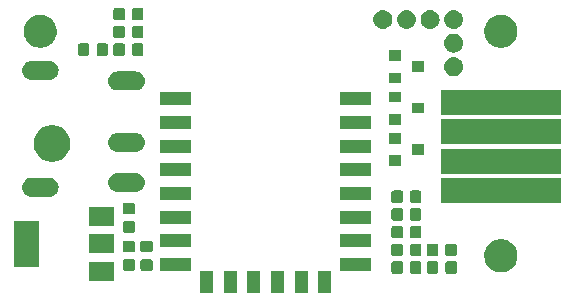
<source format=gbr>
G04 #@! TF.GenerationSoftware,KiCad,Pcbnew,5.0.1*
G04 #@! TF.CreationDate,2019-01-30T16:31:46+01:00*
G04 #@! TF.ProjectId,esp8266_rgb_strip_controller,657370383236365F736578795F737472,rev?*
G04 #@! TF.SameCoordinates,Original*
G04 #@! TF.FileFunction,Soldermask,Top*
G04 #@! TF.FilePolarity,Negative*
%FSLAX46Y46*%
G04 Gerber Fmt 4.6, Leading zero omitted, Abs format (unit mm)*
G04 Created by KiCad (PCBNEW 5.0.1) date Wed 30 Jan 2019 04:31:46 PM CET*
%MOMM*%
%LPD*%
G01*
G04 APERTURE LIST*
%ADD10C,0.100000*%
G04 APERTURE END LIST*
D10*
G36*
X112626001Y-84176001D02*
X111524001Y-84176001D01*
X111524001Y-82274001D01*
X112626001Y-82274001D01*
X112626001Y-84176001D01*
X112626001Y-84176001D01*
G37*
G36*
X122626001Y-84176001D02*
X121524001Y-84176001D01*
X121524001Y-82274001D01*
X122626001Y-82274001D01*
X122626001Y-84176001D01*
X122626001Y-84176001D01*
G37*
G36*
X120626001Y-84176001D02*
X119524001Y-84176001D01*
X119524001Y-82274001D01*
X120626001Y-82274001D01*
X120626001Y-84176001D01*
X120626001Y-84176001D01*
G37*
G36*
X118626001Y-84176001D02*
X117524001Y-84176001D01*
X117524001Y-82274001D01*
X118626001Y-82274001D01*
X118626001Y-84176001D01*
X118626001Y-84176001D01*
G37*
G36*
X114626001Y-84176001D02*
X113524001Y-84176001D01*
X113524001Y-82274001D01*
X114626001Y-82274001D01*
X114626001Y-84176001D01*
X114626001Y-84176001D01*
G37*
G36*
X116626001Y-84176001D02*
X115524001Y-84176001D01*
X115524001Y-82274001D01*
X116626001Y-82274001D01*
X116626001Y-84176001D01*
X116626001Y-84176001D01*
G37*
G36*
X104201000Y-83101000D02*
X102099000Y-83101000D01*
X102099000Y-81499000D01*
X104201000Y-81499000D01*
X104201000Y-83101000D01*
X104201000Y-83101000D01*
G37*
G36*
X133129591Y-81478085D02*
X133163569Y-81488393D01*
X133194887Y-81505133D01*
X133222339Y-81527661D01*
X133244867Y-81555113D01*
X133261607Y-81586431D01*
X133271915Y-81620409D01*
X133276000Y-81661890D01*
X133276000Y-82338110D01*
X133271915Y-82379591D01*
X133261607Y-82413569D01*
X133244867Y-82444887D01*
X133222339Y-82472339D01*
X133194887Y-82494867D01*
X133163569Y-82511607D01*
X133129591Y-82521915D01*
X133088110Y-82526000D01*
X132486890Y-82526000D01*
X132445409Y-82521915D01*
X132411431Y-82511607D01*
X132380113Y-82494867D01*
X132352661Y-82472339D01*
X132330133Y-82444887D01*
X132313393Y-82413569D01*
X132303085Y-82379591D01*
X132299000Y-82338110D01*
X132299000Y-81661890D01*
X132303085Y-81620409D01*
X132313393Y-81586431D01*
X132330133Y-81555113D01*
X132352661Y-81527661D01*
X132380113Y-81505133D01*
X132411431Y-81488393D01*
X132445409Y-81478085D01*
X132486890Y-81474000D01*
X133088110Y-81474000D01*
X133129591Y-81478085D01*
X133129591Y-81478085D01*
G37*
G36*
X131554591Y-81478085D02*
X131588569Y-81488393D01*
X131619887Y-81505133D01*
X131647339Y-81527661D01*
X131669867Y-81555113D01*
X131686607Y-81586431D01*
X131696915Y-81620409D01*
X131701000Y-81661890D01*
X131701000Y-82338110D01*
X131696915Y-82379591D01*
X131686607Y-82413569D01*
X131669867Y-82444887D01*
X131647339Y-82472339D01*
X131619887Y-82494867D01*
X131588569Y-82511607D01*
X131554591Y-82521915D01*
X131513110Y-82526000D01*
X130911890Y-82526000D01*
X130870409Y-82521915D01*
X130836431Y-82511607D01*
X130805113Y-82494867D01*
X130777661Y-82472339D01*
X130755133Y-82444887D01*
X130738393Y-82413569D01*
X130728085Y-82379591D01*
X130724000Y-82338110D01*
X130724000Y-81661890D01*
X130728085Y-81620409D01*
X130738393Y-81586431D01*
X130755133Y-81555113D01*
X130777661Y-81527661D01*
X130805113Y-81505133D01*
X130836431Y-81488393D01*
X130870409Y-81478085D01*
X130911890Y-81474000D01*
X131513110Y-81474000D01*
X131554591Y-81478085D01*
X131554591Y-81478085D01*
G37*
G36*
X130129591Y-81478085D02*
X130163569Y-81488393D01*
X130194887Y-81505133D01*
X130222339Y-81527661D01*
X130244867Y-81555113D01*
X130261607Y-81586431D01*
X130271915Y-81620409D01*
X130276000Y-81661890D01*
X130276000Y-82338110D01*
X130271915Y-82379591D01*
X130261607Y-82413569D01*
X130244867Y-82444887D01*
X130222339Y-82472339D01*
X130194887Y-82494867D01*
X130163569Y-82511607D01*
X130129591Y-82521915D01*
X130088110Y-82526000D01*
X129486890Y-82526000D01*
X129445409Y-82521915D01*
X129411431Y-82511607D01*
X129380113Y-82494867D01*
X129352661Y-82472339D01*
X129330133Y-82444887D01*
X129313393Y-82413569D01*
X129303085Y-82379591D01*
X129299000Y-82338110D01*
X129299000Y-81661890D01*
X129303085Y-81620409D01*
X129313393Y-81586431D01*
X129330133Y-81555113D01*
X129352661Y-81527661D01*
X129380113Y-81505133D01*
X129411431Y-81488393D01*
X129445409Y-81478085D01*
X129486890Y-81474000D01*
X130088110Y-81474000D01*
X130129591Y-81478085D01*
X130129591Y-81478085D01*
G37*
G36*
X128554591Y-81478085D02*
X128588569Y-81488393D01*
X128619887Y-81505133D01*
X128647339Y-81527661D01*
X128669867Y-81555113D01*
X128686607Y-81586431D01*
X128696915Y-81620409D01*
X128701000Y-81661890D01*
X128701000Y-82338110D01*
X128696915Y-82379591D01*
X128686607Y-82413569D01*
X128669867Y-82444887D01*
X128647339Y-82472339D01*
X128619887Y-82494867D01*
X128588569Y-82511607D01*
X128554591Y-82521915D01*
X128513110Y-82526000D01*
X127911890Y-82526000D01*
X127870409Y-82521915D01*
X127836431Y-82511607D01*
X127805113Y-82494867D01*
X127777661Y-82472339D01*
X127755133Y-82444887D01*
X127738393Y-82413569D01*
X127728085Y-82379591D01*
X127724000Y-82338110D01*
X127724000Y-81661890D01*
X127728085Y-81620409D01*
X127738393Y-81586431D01*
X127755133Y-81555113D01*
X127777661Y-81527661D01*
X127805113Y-81505133D01*
X127836431Y-81488393D01*
X127870409Y-81478085D01*
X127911890Y-81474000D01*
X128513110Y-81474000D01*
X128554591Y-81478085D01*
X128554591Y-81478085D01*
G37*
G36*
X137318433Y-79634893D02*
X137408657Y-79652839D01*
X137514267Y-79696585D01*
X137663621Y-79758449D01*
X137893089Y-79911774D01*
X138088226Y-80106911D01*
X138241551Y-80336379D01*
X138291410Y-80456750D01*
X138331938Y-80554591D01*
X138347161Y-80591344D01*
X138401000Y-80862012D01*
X138401000Y-81137988D01*
X138368973Y-81299000D01*
X138347161Y-81408657D01*
X138314133Y-81488393D01*
X138241551Y-81663621D01*
X138088226Y-81893089D01*
X137893089Y-82088226D01*
X137663621Y-82241551D01*
X137580451Y-82276001D01*
X137408657Y-82347161D01*
X137318433Y-82365107D01*
X137137988Y-82401000D01*
X136862012Y-82401000D01*
X136681567Y-82365107D01*
X136591343Y-82347161D01*
X136419549Y-82276001D01*
X136336379Y-82241551D01*
X136106911Y-82088226D01*
X135911774Y-81893089D01*
X135758449Y-81663621D01*
X135685867Y-81488393D01*
X135652839Y-81408657D01*
X135631027Y-81299000D01*
X135599000Y-81137988D01*
X135599000Y-80862012D01*
X135652839Y-80591344D01*
X135668063Y-80554591D01*
X135708590Y-80456750D01*
X135758449Y-80336379D01*
X135911774Y-80106911D01*
X136106911Y-79911774D01*
X136336379Y-79758449D01*
X136485733Y-79696585D01*
X136591343Y-79652839D01*
X136681567Y-79634893D01*
X136862012Y-79599000D01*
X137137988Y-79599000D01*
X137318433Y-79634893D01*
X137318433Y-79634893D01*
G37*
G36*
X110776001Y-82276001D02*
X108174001Y-82276001D01*
X108174001Y-81174001D01*
X110776001Y-81174001D01*
X110776001Y-82276001D01*
X110776001Y-82276001D01*
G37*
G36*
X125976001Y-82276001D02*
X123374001Y-82276001D01*
X123374001Y-81174001D01*
X125976001Y-81174001D01*
X125976001Y-82276001D01*
X125976001Y-82276001D01*
G37*
G36*
X107379591Y-81303085D02*
X107413569Y-81313393D01*
X107444887Y-81330133D01*
X107472339Y-81352661D01*
X107494867Y-81380113D01*
X107511607Y-81411431D01*
X107521915Y-81445409D01*
X107526000Y-81486890D01*
X107526000Y-82088110D01*
X107521915Y-82129591D01*
X107511607Y-82163569D01*
X107494867Y-82194887D01*
X107472339Y-82222339D01*
X107444887Y-82244867D01*
X107413569Y-82261607D01*
X107379591Y-82271915D01*
X107338110Y-82276000D01*
X106661890Y-82276000D01*
X106620409Y-82271915D01*
X106586431Y-82261607D01*
X106555113Y-82244867D01*
X106527661Y-82222339D01*
X106505133Y-82194887D01*
X106488393Y-82163569D01*
X106478085Y-82129591D01*
X106474000Y-82088110D01*
X106474000Y-81486890D01*
X106478085Y-81445409D01*
X106488393Y-81411431D01*
X106505133Y-81380113D01*
X106527661Y-81352661D01*
X106555113Y-81330133D01*
X106586431Y-81313393D01*
X106620409Y-81303085D01*
X106661890Y-81299000D01*
X107338110Y-81299000D01*
X107379591Y-81303085D01*
X107379591Y-81303085D01*
G37*
G36*
X105879591Y-81303085D02*
X105913569Y-81313393D01*
X105944887Y-81330133D01*
X105972339Y-81352661D01*
X105994867Y-81380113D01*
X106011607Y-81411431D01*
X106021915Y-81445409D01*
X106026000Y-81486890D01*
X106026000Y-82088110D01*
X106021915Y-82129591D01*
X106011607Y-82163569D01*
X105994867Y-82194887D01*
X105972339Y-82222339D01*
X105944887Y-82244867D01*
X105913569Y-82261607D01*
X105879591Y-82271915D01*
X105838110Y-82276000D01*
X105161890Y-82276000D01*
X105120409Y-82271915D01*
X105086431Y-82261607D01*
X105055113Y-82244867D01*
X105027661Y-82222339D01*
X105005133Y-82194887D01*
X104988393Y-82163569D01*
X104978085Y-82129591D01*
X104974000Y-82088110D01*
X104974000Y-81486890D01*
X104978085Y-81445409D01*
X104988393Y-81411431D01*
X105005133Y-81380113D01*
X105027661Y-81352661D01*
X105055113Y-81330133D01*
X105086431Y-81313393D01*
X105120409Y-81303085D01*
X105161890Y-81299000D01*
X105838110Y-81299000D01*
X105879591Y-81303085D01*
X105879591Y-81303085D01*
G37*
G36*
X97901000Y-81951000D02*
X95799000Y-81951000D01*
X95799000Y-78049000D01*
X97901000Y-78049000D01*
X97901000Y-81951000D01*
X97901000Y-81951000D01*
G37*
G36*
X128554591Y-79978085D02*
X128588569Y-79988393D01*
X128619887Y-80005133D01*
X128647339Y-80027661D01*
X128669867Y-80055113D01*
X128686607Y-80086431D01*
X128696915Y-80120409D01*
X128701000Y-80161890D01*
X128701000Y-80838110D01*
X128696915Y-80879591D01*
X128686607Y-80913569D01*
X128669867Y-80944887D01*
X128647339Y-80972339D01*
X128619887Y-80994867D01*
X128588569Y-81011607D01*
X128554591Y-81021915D01*
X128513110Y-81026000D01*
X127911890Y-81026000D01*
X127870409Y-81021915D01*
X127836431Y-81011607D01*
X127805113Y-80994867D01*
X127777661Y-80972339D01*
X127755133Y-80944887D01*
X127738393Y-80913569D01*
X127728085Y-80879591D01*
X127724000Y-80838110D01*
X127724000Y-80161890D01*
X127728085Y-80120409D01*
X127738393Y-80086431D01*
X127755133Y-80055113D01*
X127777661Y-80027661D01*
X127805113Y-80005133D01*
X127836431Y-79988393D01*
X127870409Y-79978085D01*
X127911890Y-79974000D01*
X128513110Y-79974000D01*
X128554591Y-79978085D01*
X128554591Y-79978085D01*
G37*
G36*
X130129591Y-79978085D02*
X130163569Y-79988393D01*
X130194887Y-80005133D01*
X130222339Y-80027661D01*
X130244867Y-80055113D01*
X130261607Y-80086431D01*
X130271915Y-80120409D01*
X130276000Y-80161890D01*
X130276000Y-80838110D01*
X130271915Y-80879591D01*
X130261607Y-80913569D01*
X130244867Y-80944887D01*
X130222339Y-80972339D01*
X130194887Y-80994867D01*
X130163569Y-81011607D01*
X130129591Y-81021915D01*
X130088110Y-81026000D01*
X129486890Y-81026000D01*
X129445409Y-81021915D01*
X129411431Y-81011607D01*
X129380113Y-80994867D01*
X129352661Y-80972339D01*
X129330133Y-80944887D01*
X129313393Y-80913569D01*
X129303085Y-80879591D01*
X129299000Y-80838110D01*
X129299000Y-80161890D01*
X129303085Y-80120409D01*
X129313393Y-80086431D01*
X129330133Y-80055113D01*
X129352661Y-80027661D01*
X129380113Y-80005133D01*
X129411431Y-79988393D01*
X129445409Y-79978085D01*
X129486890Y-79974000D01*
X130088110Y-79974000D01*
X130129591Y-79978085D01*
X130129591Y-79978085D01*
G37*
G36*
X131554591Y-79978085D02*
X131588569Y-79988393D01*
X131619887Y-80005133D01*
X131647339Y-80027661D01*
X131669867Y-80055113D01*
X131686607Y-80086431D01*
X131696915Y-80120409D01*
X131701000Y-80161890D01*
X131701000Y-80838110D01*
X131696915Y-80879591D01*
X131686607Y-80913569D01*
X131669867Y-80944887D01*
X131647339Y-80972339D01*
X131619887Y-80994867D01*
X131588569Y-81011607D01*
X131554591Y-81021915D01*
X131513110Y-81026000D01*
X130911890Y-81026000D01*
X130870409Y-81021915D01*
X130836431Y-81011607D01*
X130805113Y-80994867D01*
X130777661Y-80972339D01*
X130755133Y-80944887D01*
X130738393Y-80913569D01*
X130728085Y-80879591D01*
X130724000Y-80838110D01*
X130724000Y-80161890D01*
X130728085Y-80120409D01*
X130738393Y-80086431D01*
X130755133Y-80055113D01*
X130777661Y-80027661D01*
X130805113Y-80005133D01*
X130836431Y-79988393D01*
X130870409Y-79978085D01*
X130911890Y-79974000D01*
X131513110Y-79974000D01*
X131554591Y-79978085D01*
X131554591Y-79978085D01*
G37*
G36*
X133129591Y-79978085D02*
X133163569Y-79988393D01*
X133194887Y-80005133D01*
X133222339Y-80027661D01*
X133244867Y-80055113D01*
X133261607Y-80086431D01*
X133271915Y-80120409D01*
X133276000Y-80161890D01*
X133276000Y-80838110D01*
X133271915Y-80879591D01*
X133261607Y-80913569D01*
X133244867Y-80944887D01*
X133222339Y-80972339D01*
X133194887Y-80994867D01*
X133163569Y-81011607D01*
X133129591Y-81021915D01*
X133088110Y-81026000D01*
X132486890Y-81026000D01*
X132445409Y-81021915D01*
X132411431Y-81011607D01*
X132380113Y-80994867D01*
X132352661Y-80972339D01*
X132330133Y-80944887D01*
X132313393Y-80913569D01*
X132303085Y-80879591D01*
X132299000Y-80838110D01*
X132299000Y-80161890D01*
X132303085Y-80120409D01*
X132313393Y-80086431D01*
X132330133Y-80055113D01*
X132352661Y-80027661D01*
X132380113Y-80005133D01*
X132411431Y-79988393D01*
X132445409Y-79978085D01*
X132486890Y-79974000D01*
X133088110Y-79974000D01*
X133129591Y-79978085D01*
X133129591Y-79978085D01*
G37*
G36*
X104201000Y-80801000D02*
X102099000Y-80801000D01*
X102099000Y-79199000D01*
X104201000Y-79199000D01*
X104201000Y-80801000D01*
X104201000Y-80801000D01*
G37*
G36*
X105879591Y-79728085D02*
X105913569Y-79738393D01*
X105944887Y-79755133D01*
X105972339Y-79777661D01*
X105994867Y-79805113D01*
X106011607Y-79836431D01*
X106021915Y-79870409D01*
X106026000Y-79911890D01*
X106026000Y-80513110D01*
X106021915Y-80554591D01*
X106011607Y-80588569D01*
X105994867Y-80619887D01*
X105972339Y-80647339D01*
X105944887Y-80669867D01*
X105913569Y-80686607D01*
X105879591Y-80696915D01*
X105838110Y-80701000D01*
X105161890Y-80701000D01*
X105120409Y-80696915D01*
X105086431Y-80686607D01*
X105055113Y-80669867D01*
X105027661Y-80647339D01*
X105005133Y-80619887D01*
X104988393Y-80588569D01*
X104978085Y-80554591D01*
X104974000Y-80513110D01*
X104974000Y-79911890D01*
X104978085Y-79870409D01*
X104988393Y-79836431D01*
X105005133Y-79805113D01*
X105027661Y-79777661D01*
X105055113Y-79755133D01*
X105086431Y-79738393D01*
X105120409Y-79728085D01*
X105161890Y-79724000D01*
X105838110Y-79724000D01*
X105879591Y-79728085D01*
X105879591Y-79728085D01*
G37*
G36*
X107379591Y-79728085D02*
X107413569Y-79738393D01*
X107444887Y-79755133D01*
X107472339Y-79777661D01*
X107494867Y-79805113D01*
X107511607Y-79836431D01*
X107521915Y-79870409D01*
X107526000Y-79911890D01*
X107526000Y-80513110D01*
X107521915Y-80554591D01*
X107511607Y-80588569D01*
X107494867Y-80619887D01*
X107472339Y-80647339D01*
X107444887Y-80669867D01*
X107413569Y-80686607D01*
X107379591Y-80696915D01*
X107338110Y-80701000D01*
X106661890Y-80701000D01*
X106620409Y-80696915D01*
X106586431Y-80686607D01*
X106555113Y-80669867D01*
X106527661Y-80647339D01*
X106505133Y-80619887D01*
X106488393Y-80588569D01*
X106478085Y-80554591D01*
X106474000Y-80513110D01*
X106474000Y-79911890D01*
X106478085Y-79870409D01*
X106488393Y-79836431D01*
X106505133Y-79805113D01*
X106527661Y-79777661D01*
X106555113Y-79755133D01*
X106586431Y-79738393D01*
X106620409Y-79728085D01*
X106661890Y-79724000D01*
X107338110Y-79724000D01*
X107379591Y-79728085D01*
X107379591Y-79728085D01*
G37*
G36*
X125976001Y-80276001D02*
X123374001Y-80276001D01*
X123374001Y-79174001D01*
X125976001Y-79174001D01*
X125976001Y-80276001D01*
X125976001Y-80276001D01*
G37*
G36*
X110776001Y-80276001D02*
X108174001Y-80276001D01*
X108174001Y-79174001D01*
X110776001Y-79174001D01*
X110776001Y-80276001D01*
X110776001Y-80276001D01*
G37*
G36*
X130129591Y-78478085D02*
X130163569Y-78488393D01*
X130194887Y-78505133D01*
X130222339Y-78527661D01*
X130244867Y-78555113D01*
X130261607Y-78586431D01*
X130271915Y-78620409D01*
X130276000Y-78661890D01*
X130276000Y-79338110D01*
X130271915Y-79379591D01*
X130261607Y-79413569D01*
X130244867Y-79444887D01*
X130222339Y-79472339D01*
X130194887Y-79494867D01*
X130163569Y-79511607D01*
X130129591Y-79521915D01*
X130088110Y-79526000D01*
X129486890Y-79526000D01*
X129445409Y-79521915D01*
X129411431Y-79511607D01*
X129380113Y-79494867D01*
X129352661Y-79472339D01*
X129330133Y-79444887D01*
X129313393Y-79413569D01*
X129303085Y-79379591D01*
X129299000Y-79338110D01*
X129299000Y-78661890D01*
X129303085Y-78620409D01*
X129313393Y-78586431D01*
X129330133Y-78555113D01*
X129352661Y-78527661D01*
X129380113Y-78505133D01*
X129411431Y-78488393D01*
X129445409Y-78478085D01*
X129486890Y-78474000D01*
X130088110Y-78474000D01*
X130129591Y-78478085D01*
X130129591Y-78478085D01*
G37*
G36*
X128554591Y-78478085D02*
X128588569Y-78488393D01*
X128619887Y-78505133D01*
X128647339Y-78527661D01*
X128669867Y-78555113D01*
X128686607Y-78586431D01*
X128696915Y-78620409D01*
X128701000Y-78661890D01*
X128701000Y-79338110D01*
X128696915Y-79379591D01*
X128686607Y-79413569D01*
X128669867Y-79444887D01*
X128647339Y-79472339D01*
X128619887Y-79494867D01*
X128588569Y-79511607D01*
X128554591Y-79521915D01*
X128513110Y-79526000D01*
X127911890Y-79526000D01*
X127870409Y-79521915D01*
X127836431Y-79511607D01*
X127805113Y-79494867D01*
X127777661Y-79472339D01*
X127755133Y-79444887D01*
X127738393Y-79413569D01*
X127728085Y-79379591D01*
X127724000Y-79338110D01*
X127724000Y-78661890D01*
X127728085Y-78620409D01*
X127738393Y-78586431D01*
X127755133Y-78555113D01*
X127777661Y-78527661D01*
X127805113Y-78505133D01*
X127836431Y-78488393D01*
X127870409Y-78478085D01*
X127911890Y-78474000D01*
X128513110Y-78474000D01*
X128554591Y-78478085D01*
X128554591Y-78478085D01*
G37*
G36*
X105879591Y-78090585D02*
X105913569Y-78100893D01*
X105944887Y-78117633D01*
X105972339Y-78140161D01*
X105994867Y-78167613D01*
X106011607Y-78198931D01*
X106021915Y-78232909D01*
X106026000Y-78274390D01*
X106026000Y-78875610D01*
X106021915Y-78917091D01*
X106011607Y-78951069D01*
X105994867Y-78982387D01*
X105972339Y-79009839D01*
X105944887Y-79032367D01*
X105913569Y-79049107D01*
X105879591Y-79059415D01*
X105838110Y-79063500D01*
X105161890Y-79063500D01*
X105120409Y-79059415D01*
X105086431Y-79049107D01*
X105055113Y-79032367D01*
X105027661Y-79009839D01*
X105005133Y-78982387D01*
X104988393Y-78951069D01*
X104978085Y-78917091D01*
X104974000Y-78875610D01*
X104974000Y-78274390D01*
X104978085Y-78232909D01*
X104988393Y-78198931D01*
X105005133Y-78167613D01*
X105027661Y-78140161D01*
X105055113Y-78117633D01*
X105086431Y-78100893D01*
X105120409Y-78090585D01*
X105161890Y-78086500D01*
X105838110Y-78086500D01*
X105879591Y-78090585D01*
X105879591Y-78090585D01*
G37*
G36*
X104201000Y-78501000D02*
X102099000Y-78501000D01*
X102099000Y-76899000D01*
X104201000Y-76899000D01*
X104201000Y-78501000D01*
X104201000Y-78501000D01*
G37*
G36*
X125976001Y-78276001D02*
X123374001Y-78276001D01*
X123374001Y-77174001D01*
X125976001Y-77174001D01*
X125976001Y-78276001D01*
X125976001Y-78276001D01*
G37*
G36*
X110776001Y-78276001D02*
X108174001Y-78276001D01*
X108174001Y-77174001D01*
X110776001Y-77174001D01*
X110776001Y-78276001D01*
X110776001Y-78276001D01*
G37*
G36*
X130129591Y-76978085D02*
X130163569Y-76988393D01*
X130194887Y-77005133D01*
X130222339Y-77027661D01*
X130244867Y-77055113D01*
X130261607Y-77086431D01*
X130271915Y-77120409D01*
X130276000Y-77161890D01*
X130276000Y-77838110D01*
X130271915Y-77879591D01*
X130261607Y-77913569D01*
X130244867Y-77944887D01*
X130222339Y-77972339D01*
X130194887Y-77994867D01*
X130163569Y-78011607D01*
X130129591Y-78021915D01*
X130088110Y-78026000D01*
X129486890Y-78026000D01*
X129445409Y-78021915D01*
X129411431Y-78011607D01*
X129380113Y-77994867D01*
X129352661Y-77972339D01*
X129330133Y-77944887D01*
X129313393Y-77913569D01*
X129303085Y-77879591D01*
X129299000Y-77838110D01*
X129299000Y-77161890D01*
X129303085Y-77120409D01*
X129313393Y-77086431D01*
X129330133Y-77055113D01*
X129352661Y-77027661D01*
X129380113Y-77005133D01*
X129411431Y-76988393D01*
X129445409Y-76978085D01*
X129486890Y-76974000D01*
X130088110Y-76974000D01*
X130129591Y-76978085D01*
X130129591Y-76978085D01*
G37*
G36*
X128554591Y-76978085D02*
X128588569Y-76988393D01*
X128619887Y-77005133D01*
X128647339Y-77027661D01*
X128669867Y-77055113D01*
X128686607Y-77086431D01*
X128696915Y-77120409D01*
X128701000Y-77161890D01*
X128701000Y-77838110D01*
X128696915Y-77879591D01*
X128686607Y-77913569D01*
X128669867Y-77944887D01*
X128647339Y-77972339D01*
X128619887Y-77994867D01*
X128588569Y-78011607D01*
X128554591Y-78021915D01*
X128513110Y-78026000D01*
X127911890Y-78026000D01*
X127870409Y-78021915D01*
X127836431Y-78011607D01*
X127805113Y-77994867D01*
X127777661Y-77972339D01*
X127755133Y-77944887D01*
X127738393Y-77913569D01*
X127728085Y-77879591D01*
X127724000Y-77838110D01*
X127724000Y-77161890D01*
X127728085Y-77120409D01*
X127738393Y-77086431D01*
X127755133Y-77055113D01*
X127777661Y-77027661D01*
X127805113Y-77005133D01*
X127836431Y-76988393D01*
X127870409Y-76978085D01*
X127911890Y-76974000D01*
X128513110Y-76974000D01*
X128554591Y-76978085D01*
X128554591Y-76978085D01*
G37*
G36*
X105879591Y-76515585D02*
X105913569Y-76525893D01*
X105944887Y-76542633D01*
X105972339Y-76565161D01*
X105994867Y-76592613D01*
X106011607Y-76623931D01*
X106021915Y-76657909D01*
X106026000Y-76699390D01*
X106026000Y-77300610D01*
X106021915Y-77342091D01*
X106011607Y-77376069D01*
X105994867Y-77407387D01*
X105972339Y-77434839D01*
X105944887Y-77457367D01*
X105913569Y-77474107D01*
X105879591Y-77484415D01*
X105838110Y-77488500D01*
X105161890Y-77488500D01*
X105120409Y-77484415D01*
X105086431Y-77474107D01*
X105055113Y-77457367D01*
X105027661Y-77434839D01*
X105005133Y-77407387D01*
X104988393Y-77376069D01*
X104978085Y-77342091D01*
X104974000Y-77300610D01*
X104974000Y-76699390D01*
X104978085Y-76657909D01*
X104988393Y-76623931D01*
X105005133Y-76592613D01*
X105027661Y-76565161D01*
X105055113Y-76542633D01*
X105086431Y-76525893D01*
X105120409Y-76515585D01*
X105161890Y-76511500D01*
X105838110Y-76511500D01*
X105879591Y-76515585D01*
X105879591Y-76515585D01*
G37*
G36*
X142051000Y-76551000D02*
X131949000Y-76551000D01*
X131949000Y-74449000D01*
X142051000Y-74449000D01*
X142051000Y-76551000D01*
X142051000Y-76551000D01*
G37*
G36*
X130129591Y-75478085D02*
X130163569Y-75488393D01*
X130194887Y-75505133D01*
X130222339Y-75527661D01*
X130244867Y-75555113D01*
X130261607Y-75586431D01*
X130271915Y-75620409D01*
X130276000Y-75661890D01*
X130276000Y-76338110D01*
X130271915Y-76379591D01*
X130261607Y-76413569D01*
X130244867Y-76444887D01*
X130222339Y-76472339D01*
X130194887Y-76494867D01*
X130163569Y-76511607D01*
X130129591Y-76521915D01*
X130088110Y-76526000D01*
X129486890Y-76526000D01*
X129445409Y-76521915D01*
X129411431Y-76511607D01*
X129380113Y-76494867D01*
X129352661Y-76472339D01*
X129330133Y-76444887D01*
X129313393Y-76413569D01*
X129303085Y-76379591D01*
X129299000Y-76338110D01*
X129299000Y-75661890D01*
X129303085Y-75620409D01*
X129313393Y-75586431D01*
X129330133Y-75555113D01*
X129352661Y-75527661D01*
X129380113Y-75505133D01*
X129411431Y-75488393D01*
X129445409Y-75478085D01*
X129486890Y-75474000D01*
X130088110Y-75474000D01*
X130129591Y-75478085D01*
X130129591Y-75478085D01*
G37*
G36*
X128554591Y-75478085D02*
X128588569Y-75488393D01*
X128619887Y-75505133D01*
X128647339Y-75527661D01*
X128669867Y-75555113D01*
X128686607Y-75586431D01*
X128696915Y-75620409D01*
X128701000Y-75661890D01*
X128701000Y-76338110D01*
X128696915Y-76379591D01*
X128686607Y-76413569D01*
X128669867Y-76444887D01*
X128647339Y-76472339D01*
X128619887Y-76494867D01*
X128588569Y-76511607D01*
X128554591Y-76521915D01*
X128513110Y-76526000D01*
X127911890Y-76526000D01*
X127870409Y-76521915D01*
X127836431Y-76511607D01*
X127805113Y-76494867D01*
X127777661Y-76472339D01*
X127755133Y-76444887D01*
X127738393Y-76413569D01*
X127728085Y-76379591D01*
X127724000Y-76338110D01*
X127724000Y-75661890D01*
X127728085Y-75620409D01*
X127738393Y-75586431D01*
X127755133Y-75555113D01*
X127777661Y-75527661D01*
X127805113Y-75505133D01*
X127836431Y-75488393D01*
X127870409Y-75478085D01*
X127911890Y-75474000D01*
X128513110Y-75474000D01*
X128554591Y-75478085D01*
X128554591Y-75478085D01*
G37*
G36*
X110776001Y-76276001D02*
X108174001Y-76276001D01*
X108174001Y-75174001D01*
X110776001Y-75174001D01*
X110776001Y-76276001D01*
X110776001Y-76276001D01*
G37*
G36*
X125976001Y-76276001D02*
X123374001Y-76276001D01*
X123374001Y-75174001D01*
X125976001Y-75174001D01*
X125976001Y-76276001D01*
X125976001Y-76276001D01*
G37*
G36*
X98907025Y-74410590D02*
X99058012Y-74456392D01*
X99197165Y-74530770D01*
X99319133Y-74630867D01*
X99419230Y-74752835D01*
X99493608Y-74891988D01*
X99539410Y-75042975D01*
X99554875Y-75200000D01*
X99539410Y-75357025D01*
X99493608Y-75508012D01*
X99419230Y-75647165D01*
X99319133Y-75769133D01*
X99197165Y-75869230D01*
X99058012Y-75943608D01*
X98907025Y-75989410D01*
X98789346Y-76001000D01*
X97210654Y-76001000D01*
X97092975Y-75989410D01*
X96941988Y-75943608D01*
X96802835Y-75869230D01*
X96680867Y-75769133D01*
X96580770Y-75647165D01*
X96506392Y-75508012D01*
X96460590Y-75357025D01*
X96445125Y-75200000D01*
X96460590Y-75042975D01*
X96506392Y-74891988D01*
X96580770Y-74752835D01*
X96680867Y-74630867D01*
X96802835Y-74530770D01*
X96941988Y-74456392D01*
X97092975Y-74410590D01*
X97210654Y-74399000D01*
X98789346Y-74399000D01*
X98907025Y-74410590D01*
X98907025Y-74410590D01*
G37*
G36*
X106207025Y-74010590D02*
X106358012Y-74056392D01*
X106497165Y-74130770D01*
X106619133Y-74230867D01*
X106719230Y-74352835D01*
X106793608Y-74491988D01*
X106839410Y-74642975D01*
X106854875Y-74800000D01*
X106839410Y-74957025D01*
X106793608Y-75108012D01*
X106719230Y-75247165D01*
X106619133Y-75369133D01*
X106497165Y-75469230D01*
X106358012Y-75543608D01*
X106207025Y-75589410D01*
X106089346Y-75601000D01*
X104510654Y-75601000D01*
X104392975Y-75589410D01*
X104241988Y-75543608D01*
X104102835Y-75469230D01*
X103980867Y-75369133D01*
X103880770Y-75247165D01*
X103806392Y-75108012D01*
X103760590Y-74957025D01*
X103745125Y-74800000D01*
X103760590Y-74642975D01*
X103806392Y-74491988D01*
X103880770Y-74352835D01*
X103980867Y-74230867D01*
X104102835Y-74130770D01*
X104241988Y-74056392D01*
X104392975Y-74010590D01*
X104510654Y-73999000D01*
X106089346Y-73999000D01*
X106207025Y-74010590D01*
X106207025Y-74010590D01*
G37*
G36*
X110776001Y-74276001D02*
X108174001Y-74276001D01*
X108174001Y-73174001D01*
X110776001Y-73174001D01*
X110776001Y-74276001D01*
X110776001Y-74276001D01*
G37*
G36*
X125976001Y-74276001D02*
X123374001Y-74276001D01*
X123374001Y-73174001D01*
X125976001Y-73174001D01*
X125976001Y-74276001D01*
X125976001Y-74276001D01*
G37*
G36*
X142051000Y-74051000D02*
X131949000Y-74051000D01*
X131949000Y-71949000D01*
X142051000Y-71949000D01*
X142051000Y-74051000D01*
X142051000Y-74051000D01*
G37*
G36*
X128501000Y-73401000D02*
X127499000Y-73401000D01*
X127499000Y-72499000D01*
X128501000Y-72499000D01*
X128501000Y-73401000D01*
X128501000Y-73401000D01*
G37*
G36*
X99352527Y-69988736D02*
X99452410Y-70008604D01*
X99734674Y-70125521D01*
X99988705Y-70295259D01*
X100204741Y-70511295D01*
X100374479Y-70765326D01*
X100452147Y-70952835D01*
X100491396Y-71047591D01*
X100530261Y-71242975D01*
X100551000Y-71347240D01*
X100551000Y-71652760D01*
X100491396Y-71952410D01*
X100374479Y-72234674D01*
X100204741Y-72488705D01*
X99988705Y-72704741D01*
X99734674Y-72874479D01*
X99452410Y-72991396D01*
X99352527Y-73011264D01*
X99152762Y-73051000D01*
X98847238Y-73051000D01*
X98647473Y-73011264D01*
X98547590Y-72991396D01*
X98265326Y-72874479D01*
X98011295Y-72704741D01*
X97795259Y-72488705D01*
X97625521Y-72234674D01*
X97508604Y-71952410D01*
X97449000Y-71652760D01*
X97449000Y-71347240D01*
X97469740Y-71242975D01*
X97508604Y-71047591D01*
X97547853Y-70952835D01*
X97625521Y-70765326D01*
X97795259Y-70511295D01*
X98011295Y-70295259D01*
X98265326Y-70125521D01*
X98547590Y-70008604D01*
X98647473Y-69988736D01*
X98847238Y-69949000D01*
X99152762Y-69949000D01*
X99352527Y-69988736D01*
X99352527Y-69988736D01*
G37*
G36*
X130501000Y-72451000D02*
X129499000Y-72451000D01*
X129499000Y-71549000D01*
X130501000Y-71549000D01*
X130501000Y-72451000D01*
X130501000Y-72451000D01*
G37*
G36*
X110776001Y-72276001D02*
X108174001Y-72276001D01*
X108174001Y-71174001D01*
X110776001Y-71174001D01*
X110776001Y-72276001D01*
X110776001Y-72276001D01*
G37*
G36*
X125976001Y-72276001D02*
X123374001Y-72276001D01*
X123374001Y-71174001D01*
X125976001Y-71174001D01*
X125976001Y-72276001D01*
X125976001Y-72276001D01*
G37*
G36*
X106207025Y-70610590D02*
X106358012Y-70656392D01*
X106497165Y-70730770D01*
X106619133Y-70830867D01*
X106719230Y-70952835D01*
X106793608Y-71091988D01*
X106839410Y-71242975D01*
X106854875Y-71400000D01*
X106839410Y-71557025D01*
X106793608Y-71708012D01*
X106719230Y-71847165D01*
X106619133Y-71969133D01*
X106497165Y-72069230D01*
X106358012Y-72143608D01*
X106207025Y-72189410D01*
X106089346Y-72201000D01*
X104510654Y-72201000D01*
X104392975Y-72189410D01*
X104241988Y-72143608D01*
X104102835Y-72069230D01*
X103980867Y-71969133D01*
X103880770Y-71847165D01*
X103806392Y-71708012D01*
X103760590Y-71557025D01*
X103745125Y-71400000D01*
X103760590Y-71242975D01*
X103806392Y-71091988D01*
X103880770Y-70952835D01*
X103980867Y-70830867D01*
X104102835Y-70730770D01*
X104241988Y-70656392D01*
X104392975Y-70610590D01*
X104510654Y-70599000D01*
X106089346Y-70599000D01*
X106207025Y-70610590D01*
X106207025Y-70610590D01*
G37*
G36*
X142051000Y-71551000D02*
X131949000Y-71551000D01*
X131949000Y-69449000D01*
X142051000Y-69449000D01*
X142051000Y-71551000D01*
X142051000Y-71551000D01*
G37*
G36*
X128501000Y-71501000D02*
X127499000Y-71501000D01*
X127499000Y-70599000D01*
X128501000Y-70599000D01*
X128501000Y-71501000D01*
X128501000Y-71501000D01*
G37*
G36*
X110776001Y-70276001D02*
X108174001Y-70276001D01*
X108174001Y-69174001D01*
X110776001Y-69174001D01*
X110776001Y-70276001D01*
X110776001Y-70276001D01*
G37*
G36*
X125976001Y-70276001D02*
X123374001Y-70276001D01*
X123374001Y-69174001D01*
X125976001Y-69174001D01*
X125976001Y-70276001D01*
X125976001Y-70276001D01*
G37*
G36*
X128501000Y-69901000D02*
X127499000Y-69901000D01*
X127499000Y-68999000D01*
X128501000Y-68999000D01*
X128501000Y-69901000D01*
X128501000Y-69901000D01*
G37*
G36*
X142051000Y-69051000D02*
X131949000Y-69051000D01*
X131949000Y-66949000D01*
X142051000Y-66949000D01*
X142051000Y-69051000D01*
X142051000Y-69051000D01*
G37*
G36*
X130501000Y-68951000D02*
X129499000Y-68951000D01*
X129499000Y-68049000D01*
X130501000Y-68049000D01*
X130501000Y-68951000D01*
X130501000Y-68951000D01*
G37*
G36*
X110776001Y-68276001D02*
X108174001Y-68276001D01*
X108174001Y-67174001D01*
X110776001Y-67174001D01*
X110776001Y-68276001D01*
X110776001Y-68276001D01*
G37*
G36*
X125976001Y-68276001D02*
X123374001Y-68276001D01*
X123374001Y-67174001D01*
X125976001Y-67174001D01*
X125976001Y-68276001D01*
X125976001Y-68276001D01*
G37*
G36*
X128501000Y-68001000D02*
X127499000Y-68001000D01*
X127499000Y-67099000D01*
X128501000Y-67099000D01*
X128501000Y-68001000D01*
X128501000Y-68001000D01*
G37*
G36*
X106207025Y-65410590D02*
X106358012Y-65456392D01*
X106497165Y-65530770D01*
X106619133Y-65630867D01*
X106719230Y-65752835D01*
X106793608Y-65891988D01*
X106839410Y-66042975D01*
X106854875Y-66200000D01*
X106839410Y-66357025D01*
X106793608Y-66508012D01*
X106719230Y-66647165D01*
X106619133Y-66769133D01*
X106497165Y-66869230D01*
X106358012Y-66943608D01*
X106207025Y-66989410D01*
X106089346Y-67001000D01*
X104510654Y-67001000D01*
X104392975Y-66989410D01*
X104241988Y-66943608D01*
X104102835Y-66869230D01*
X103980867Y-66769133D01*
X103880770Y-66647165D01*
X103806392Y-66508012D01*
X103760590Y-66357025D01*
X103745125Y-66200000D01*
X103760590Y-66042975D01*
X103806392Y-65891988D01*
X103880770Y-65752835D01*
X103980867Y-65630867D01*
X104102835Y-65530770D01*
X104241988Y-65456392D01*
X104392975Y-65410590D01*
X104510654Y-65399000D01*
X106089346Y-65399000D01*
X106207025Y-65410590D01*
X106207025Y-65410590D01*
G37*
G36*
X128501000Y-66401000D02*
X127499000Y-66401000D01*
X127499000Y-65499000D01*
X128501000Y-65499000D01*
X128501000Y-66401000D01*
X128501000Y-66401000D01*
G37*
G36*
X98907025Y-64510590D02*
X99058012Y-64556392D01*
X99197165Y-64630770D01*
X99319133Y-64730867D01*
X99419230Y-64852835D01*
X99493608Y-64991988D01*
X99539410Y-65142975D01*
X99554875Y-65300000D01*
X99539410Y-65457025D01*
X99493608Y-65608012D01*
X99419230Y-65747165D01*
X99319133Y-65869133D01*
X99197165Y-65969230D01*
X99058012Y-66043608D01*
X98907025Y-66089410D01*
X98789346Y-66101000D01*
X97210654Y-66101000D01*
X97092975Y-66089410D01*
X96941988Y-66043608D01*
X96802835Y-65969230D01*
X96680867Y-65869133D01*
X96580770Y-65747165D01*
X96506392Y-65608012D01*
X96460590Y-65457025D01*
X96445125Y-65300000D01*
X96460590Y-65142975D01*
X96506392Y-64991988D01*
X96580770Y-64852835D01*
X96680867Y-64730867D01*
X96802835Y-64630770D01*
X96941988Y-64556392D01*
X97092975Y-64510590D01*
X97210654Y-64499000D01*
X98789346Y-64499000D01*
X98907025Y-64510590D01*
X98907025Y-64510590D01*
G37*
G36*
X133157025Y-64210590D02*
X133308012Y-64256392D01*
X133447165Y-64330770D01*
X133569133Y-64430867D01*
X133669230Y-64552835D01*
X133743608Y-64691988D01*
X133789410Y-64842975D01*
X133804875Y-65000000D01*
X133789410Y-65157025D01*
X133743608Y-65308012D01*
X133669230Y-65447165D01*
X133569133Y-65569133D01*
X133447165Y-65669230D01*
X133308012Y-65743608D01*
X133157025Y-65789410D01*
X133039346Y-65801000D01*
X132960654Y-65801000D01*
X132842975Y-65789410D01*
X132691988Y-65743608D01*
X132552835Y-65669230D01*
X132430867Y-65569133D01*
X132330770Y-65447165D01*
X132256392Y-65308012D01*
X132210590Y-65157025D01*
X132195125Y-65000000D01*
X132210590Y-64842975D01*
X132256392Y-64691988D01*
X132330770Y-64552835D01*
X132430867Y-64430867D01*
X132552835Y-64330770D01*
X132691988Y-64256392D01*
X132842975Y-64210590D01*
X132960654Y-64199000D01*
X133039346Y-64199000D01*
X133157025Y-64210590D01*
X133157025Y-64210590D01*
G37*
G36*
X130501000Y-65451000D02*
X129499000Y-65451000D01*
X129499000Y-64549000D01*
X130501000Y-64549000D01*
X130501000Y-65451000D01*
X130501000Y-65451000D01*
G37*
G36*
X128501000Y-64501000D02*
X127499000Y-64501000D01*
X127499000Y-63599000D01*
X128501000Y-63599000D01*
X128501000Y-64501000D01*
X128501000Y-64501000D01*
G37*
G36*
X106592091Y-63028085D02*
X106626069Y-63038393D01*
X106657387Y-63055133D01*
X106684839Y-63077661D01*
X106707367Y-63105113D01*
X106724107Y-63136431D01*
X106734415Y-63170409D01*
X106738500Y-63211890D01*
X106738500Y-63888110D01*
X106734415Y-63929591D01*
X106724107Y-63963569D01*
X106707367Y-63994887D01*
X106684839Y-64022339D01*
X106657387Y-64044867D01*
X106626069Y-64061607D01*
X106592091Y-64071915D01*
X106550610Y-64076000D01*
X105949390Y-64076000D01*
X105907909Y-64071915D01*
X105873931Y-64061607D01*
X105842613Y-64044867D01*
X105815161Y-64022339D01*
X105792633Y-63994887D01*
X105775893Y-63963569D01*
X105765585Y-63929591D01*
X105761500Y-63888110D01*
X105761500Y-63211890D01*
X105765585Y-63170409D01*
X105775893Y-63136431D01*
X105792633Y-63105113D01*
X105815161Y-63077661D01*
X105842613Y-63055133D01*
X105873931Y-63038393D01*
X105907909Y-63028085D01*
X105949390Y-63024000D01*
X106550610Y-63024000D01*
X106592091Y-63028085D01*
X106592091Y-63028085D01*
G37*
G36*
X103592091Y-63028085D02*
X103626069Y-63038393D01*
X103657387Y-63055133D01*
X103684839Y-63077661D01*
X103707367Y-63105113D01*
X103724107Y-63136431D01*
X103734415Y-63170409D01*
X103738500Y-63211890D01*
X103738500Y-63888110D01*
X103734415Y-63929591D01*
X103724107Y-63963569D01*
X103707367Y-63994887D01*
X103684839Y-64022339D01*
X103657387Y-64044867D01*
X103626069Y-64061607D01*
X103592091Y-64071915D01*
X103550610Y-64076000D01*
X102949390Y-64076000D01*
X102907909Y-64071915D01*
X102873931Y-64061607D01*
X102842613Y-64044867D01*
X102815161Y-64022339D01*
X102792633Y-63994887D01*
X102775893Y-63963569D01*
X102765585Y-63929591D01*
X102761500Y-63888110D01*
X102761500Y-63211890D01*
X102765585Y-63170409D01*
X102775893Y-63136431D01*
X102792633Y-63105113D01*
X102815161Y-63077661D01*
X102842613Y-63055133D01*
X102873931Y-63038393D01*
X102907909Y-63028085D01*
X102949390Y-63024000D01*
X103550610Y-63024000D01*
X103592091Y-63028085D01*
X103592091Y-63028085D01*
G37*
G36*
X102017091Y-63028085D02*
X102051069Y-63038393D01*
X102082387Y-63055133D01*
X102109839Y-63077661D01*
X102132367Y-63105113D01*
X102149107Y-63136431D01*
X102159415Y-63170409D01*
X102163500Y-63211890D01*
X102163500Y-63888110D01*
X102159415Y-63929591D01*
X102149107Y-63963569D01*
X102132367Y-63994887D01*
X102109839Y-64022339D01*
X102082387Y-64044867D01*
X102051069Y-64061607D01*
X102017091Y-64071915D01*
X101975610Y-64076000D01*
X101374390Y-64076000D01*
X101332909Y-64071915D01*
X101298931Y-64061607D01*
X101267613Y-64044867D01*
X101240161Y-64022339D01*
X101217633Y-63994887D01*
X101200893Y-63963569D01*
X101190585Y-63929591D01*
X101186500Y-63888110D01*
X101186500Y-63211890D01*
X101190585Y-63170409D01*
X101200893Y-63136431D01*
X101217633Y-63105113D01*
X101240161Y-63077661D01*
X101267613Y-63055133D01*
X101298931Y-63038393D01*
X101332909Y-63028085D01*
X101374390Y-63024000D01*
X101975610Y-63024000D01*
X102017091Y-63028085D01*
X102017091Y-63028085D01*
G37*
G36*
X105017091Y-63028085D02*
X105051069Y-63038393D01*
X105082387Y-63055133D01*
X105109839Y-63077661D01*
X105132367Y-63105113D01*
X105149107Y-63136431D01*
X105159415Y-63170409D01*
X105163500Y-63211890D01*
X105163500Y-63888110D01*
X105159415Y-63929591D01*
X105149107Y-63963569D01*
X105132367Y-63994887D01*
X105109839Y-64022339D01*
X105082387Y-64044867D01*
X105051069Y-64061607D01*
X105017091Y-64071915D01*
X104975610Y-64076000D01*
X104374390Y-64076000D01*
X104332909Y-64071915D01*
X104298931Y-64061607D01*
X104267613Y-64044867D01*
X104240161Y-64022339D01*
X104217633Y-63994887D01*
X104200893Y-63963569D01*
X104190585Y-63929591D01*
X104186500Y-63888110D01*
X104186500Y-63211890D01*
X104190585Y-63170409D01*
X104200893Y-63136431D01*
X104217633Y-63105113D01*
X104240161Y-63077661D01*
X104267613Y-63055133D01*
X104298931Y-63038393D01*
X104332909Y-63028085D01*
X104374390Y-63024000D01*
X104975610Y-63024000D01*
X105017091Y-63028085D01*
X105017091Y-63028085D01*
G37*
G36*
X133157025Y-62210590D02*
X133308012Y-62256392D01*
X133447165Y-62330770D01*
X133569133Y-62430867D01*
X133669230Y-62552835D01*
X133743608Y-62691988D01*
X133789410Y-62842975D01*
X133804875Y-63000000D01*
X133789410Y-63157025D01*
X133743608Y-63308012D01*
X133669230Y-63447165D01*
X133569133Y-63569133D01*
X133447165Y-63669230D01*
X133308012Y-63743608D01*
X133157025Y-63789410D01*
X133039346Y-63801000D01*
X132960654Y-63801000D01*
X132842975Y-63789410D01*
X132691988Y-63743608D01*
X132552835Y-63669230D01*
X132430867Y-63569133D01*
X132330770Y-63447165D01*
X132256392Y-63308012D01*
X132210590Y-63157025D01*
X132195125Y-63000000D01*
X132210590Y-62842975D01*
X132256392Y-62691988D01*
X132330770Y-62552835D01*
X132430867Y-62430867D01*
X132552835Y-62330770D01*
X132691988Y-62256392D01*
X132842975Y-62210590D01*
X132960654Y-62199000D01*
X133039346Y-62199000D01*
X133157025Y-62210590D01*
X133157025Y-62210590D01*
G37*
G36*
X137318433Y-60634893D02*
X137408657Y-60652839D01*
X137503170Y-60691988D01*
X137663621Y-60758449D01*
X137893089Y-60911774D01*
X138088226Y-61106911D01*
X138241551Y-61336379D01*
X138287440Y-61447165D01*
X138347161Y-61591343D01*
X138349900Y-61605113D01*
X138401000Y-61862012D01*
X138401000Y-62137988D01*
X138377448Y-62256392D01*
X138347161Y-62408657D01*
X138337961Y-62430867D01*
X138241551Y-62663621D01*
X138088226Y-62893089D01*
X137893089Y-63088226D01*
X137663621Y-63241551D01*
X137514267Y-63303415D01*
X137408657Y-63347161D01*
X137318433Y-63365107D01*
X137137988Y-63401000D01*
X136862012Y-63401000D01*
X136681567Y-63365107D01*
X136591343Y-63347161D01*
X136485733Y-63303415D01*
X136336379Y-63241551D01*
X136106911Y-63088226D01*
X135911774Y-62893089D01*
X135758449Y-62663621D01*
X135662039Y-62430867D01*
X135652839Y-62408657D01*
X135622552Y-62256392D01*
X135599000Y-62137988D01*
X135599000Y-61862012D01*
X135650100Y-61605113D01*
X135652839Y-61591343D01*
X135712560Y-61447165D01*
X135758449Y-61336379D01*
X135911774Y-61106911D01*
X136106911Y-60911774D01*
X136336379Y-60758449D01*
X136496830Y-60691988D01*
X136591343Y-60652839D01*
X136681567Y-60634893D01*
X136862012Y-60599000D01*
X137137988Y-60599000D01*
X137318433Y-60634893D01*
X137318433Y-60634893D01*
G37*
G36*
X98318433Y-60634893D02*
X98408657Y-60652839D01*
X98503170Y-60691988D01*
X98663621Y-60758449D01*
X98893089Y-60911774D01*
X99088226Y-61106911D01*
X99241551Y-61336379D01*
X99287440Y-61447165D01*
X99347161Y-61591343D01*
X99349900Y-61605113D01*
X99401000Y-61862012D01*
X99401000Y-62137988D01*
X99377448Y-62256392D01*
X99347161Y-62408657D01*
X99337961Y-62430867D01*
X99241551Y-62663621D01*
X99088226Y-62893089D01*
X98893089Y-63088226D01*
X98663621Y-63241551D01*
X98514267Y-63303415D01*
X98408657Y-63347161D01*
X98318433Y-63365107D01*
X98137988Y-63401000D01*
X97862012Y-63401000D01*
X97681567Y-63365107D01*
X97591343Y-63347161D01*
X97485733Y-63303415D01*
X97336379Y-63241551D01*
X97106911Y-63088226D01*
X96911774Y-62893089D01*
X96758449Y-62663621D01*
X96662039Y-62430867D01*
X96652839Y-62408657D01*
X96622552Y-62256392D01*
X96599000Y-62137988D01*
X96599000Y-61862012D01*
X96650100Y-61605113D01*
X96652839Y-61591343D01*
X96712560Y-61447165D01*
X96758449Y-61336379D01*
X96911774Y-61106911D01*
X97106911Y-60911774D01*
X97336379Y-60758449D01*
X97496830Y-60691988D01*
X97591343Y-60652839D01*
X97681567Y-60634893D01*
X97862012Y-60599000D01*
X98137988Y-60599000D01*
X98318433Y-60634893D01*
X98318433Y-60634893D01*
G37*
G36*
X106592091Y-61528085D02*
X106626069Y-61538393D01*
X106657387Y-61555133D01*
X106684839Y-61577661D01*
X106707367Y-61605113D01*
X106724107Y-61636431D01*
X106734415Y-61670409D01*
X106738500Y-61711890D01*
X106738500Y-62388110D01*
X106734415Y-62429591D01*
X106724107Y-62463569D01*
X106707367Y-62494887D01*
X106684839Y-62522339D01*
X106657387Y-62544867D01*
X106626069Y-62561607D01*
X106592091Y-62571915D01*
X106550610Y-62576000D01*
X105949390Y-62576000D01*
X105907909Y-62571915D01*
X105873931Y-62561607D01*
X105842613Y-62544867D01*
X105815161Y-62522339D01*
X105792633Y-62494887D01*
X105775893Y-62463569D01*
X105765585Y-62429591D01*
X105761500Y-62388110D01*
X105761500Y-61711890D01*
X105765585Y-61670409D01*
X105775893Y-61636431D01*
X105792633Y-61605113D01*
X105815161Y-61577661D01*
X105842613Y-61555133D01*
X105873931Y-61538393D01*
X105907909Y-61528085D01*
X105949390Y-61524000D01*
X106550610Y-61524000D01*
X106592091Y-61528085D01*
X106592091Y-61528085D01*
G37*
G36*
X105017091Y-61528085D02*
X105051069Y-61538393D01*
X105082387Y-61555133D01*
X105109839Y-61577661D01*
X105132367Y-61605113D01*
X105149107Y-61636431D01*
X105159415Y-61670409D01*
X105163500Y-61711890D01*
X105163500Y-62388110D01*
X105159415Y-62429591D01*
X105149107Y-62463569D01*
X105132367Y-62494887D01*
X105109839Y-62522339D01*
X105082387Y-62544867D01*
X105051069Y-62561607D01*
X105017091Y-62571915D01*
X104975610Y-62576000D01*
X104374390Y-62576000D01*
X104332909Y-62571915D01*
X104298931Y-62561607D01*
X104267613Y-62544867D01*
X104240161Y-62522339D01*
X104217633Y-62494887D01*
X104200893Y-62463569D01*
X104190585Y-62429591D01*
X104186500Y-62388110D01*
X104186500Y-61711890D01*
X104190585Y-61670409D01*
X104200893Y-61636431D01*
X104217633Y-61605113D01*
X104240161Y-61577661D01*
X104267613Y-61555133D01*
X104298931Y-61538393D01*
X104332909Y-61528085D01*
X104374390Y-61524000D01*
X104975610Y-61524000D01*
X105017091Y-61528085D01*
X105017091Y-61528085D01*
G37*
G36*
X127157025Y-60210590D02*
X127308012Y-60256392D01*
X127447165Y-60330770D01*
X127569133Y-60430867D01*
X127669230Y-60552835D01*
X127743608Y-60691988D01*
X127789410Y-60842975D01*
X127804875Y-61000000D01*
X127789410Y-61157025D01*
X127743608Y-61308012D01*
X127669230Y-61447165D01*
X127569133Y-61569133D01*
X127447165Y-61669230D01*
X127308012Y-61743608D01*
X127157025Y-61789410D01*
X127039346Y-61801000D01*
X126960654Y-61801000D01*
X126842975Y-61789410D01*
X126691988Y-61743608D01*
X126552835Y-61669230D01*
X126430867Y-61569133D01*
X126330770Y-61447165D01*
X126256392Y-61308012D01*
X126210590Y-61157025D01*
X126195125Y-61000000D01*
X126210590Y-60842975D01*
X126256392Y-60691988D01*
X126330770Y-60552835D01*
X126430867Y-60430867D01*
X126552835Y-60330770D01*
X126691988Y-60256392D01*
X126842975Y-60210590D01*
X126960654Y-60199000D01*
X127039346Y-60199000D01*
X127157025Y-60210590D01*
X127157025Y-60210590D01*
G37*
G36*
X129157025Y-60210590D02*
X129308012Y-60256392D01*
X129447165Y-60330770D01*
X129569133Y-60430867D01*
X129669230Y-60552835D01*
X129743608Y-60691988D01*
X129789410Y-60842975D01*
X129804875Y-61000000D01*
X129789410Y-61157025D01*
X129743608Y-61308012D01*
X129669230Y-61447165D01*
X129569133Y-61569133D01*
X129447165Y-61669230D01*
X129308012Y-61743608D01*
X129157025Y-61789410D01*
X129039346Y-61801000D01*
X128960654Y-61801000D01*
X128842975Y-61789410D01*
X128691988Y-61743608D01*
X128552835Y-61669230D01*
X128430867Y-61569133D01*
X128330770Y-61447165D01*
X128256392Y-61308012D01*
X128210590Y-61157025D01*
X128195125Y-61000000D01*
X128210590Y-60842975D01*
X128256392Y-60691988D01*
X128330770Y-60552835D01*
X128430867Y-60430867D01*
X128552835Y-60330770D01*
X128691988Y-60256392D01*
X128842975Y-60210590D01*
X128960654Y-60199000D01*
X129039346Y-60199000D01*
X129157025Y-60210590D01*
X129157025Y-60210590D01*
G37*
G36*
X131157025Y-60210590D02*
X131308012Y-60256392D01*
X131447165Y-60330770D01*
X131569133Y-60430867D01*
X131669230Y-60552835D01*
X131743608Y-60691988D01*
X131789410Y-60842975D01*
X131804875Y-61000000D01*
X131789410Y-61157025D01*
X131743608Y-61308012D01*
X131669230Y-61447165D01*
X131569133Y-61569133D01*
X131447165Y-61669230D01*
X131308012Y-61743608D01*
X131157025Y-61789410D01*
X131039346Y-61801000D01*
X130960654Y-61801000D01*
X130842975Y-61789410D01*
X130691988Y-61743608D01*
X130552835Y-61669230D01*
X130430867Y-61569133D01*
X130330770Y-61447165D01*
X130256392Y-61308012D01*
X130210590Y-61157025D01*
X130195125Y-61000000D01*
X130210590Y-60842975D01*
X130256392Y-60691988D01*
X130330770Y-60552835D01*
X130430867Y-60430867D01*
X130552835Y-60330770D01*
X130691988Y-60256392D01*
X130842975Y-60210590D01*
X130960654Y-60199000D01*
X131039346Y-60199000D01*
X131157025Y-60210590D01*
X131157025Y-60210590D01*
G37*
G36*
X133157025Y-60210590D02*
X133308012Y-60256392D01*
X133447165Y-60330770D01*
X133569133Y-60430867D01*
X133669230Y-60552835D01*
X133743608Y-60691988D01*
X133789410Y-60842975D01*
X133804875Y-61000000D01*
X133789410Y-61157025D01*
X133743608Y-61308012D01*
X133669230Y-61447165D01*
X133569133Y-61569133D01*
X133447165Y-61669230D01*
X133308012Y-61743608D01*
X133157025Y-61789410D01*
X133039346Y-61801000D01*
X132960654Y-61801000D01*
X132842975Y-61789410D01*
X132691988Y-61743608D01*
X132552835Y-61669230D01*
X132430867Y-61569133D01*
X132330770Y-61447165D01*
X132256392Y-61308012D01*
X132210590Y-61157025D01*
X132195125Y-61000000D01*
X132210590Y-60842975D01*
X132256392Y-60691988D01*
X132330770Y-60552835D01*
X132430867Y-60430867D01*
X132552835Y-60330770D01*
X132691988Y-60256392D01*
X132842975Y-60210590D01*
X132960654Y-60199000D01*
X133039346Y-60199000D01*
X133157025Y-60210590D01*
X133157025Y-60210590D01*
G37*
G36*
X106592091Y-60028085D02*
X106626069Y-60038393D01*
X106657387Y-60055133D01*
X106684839Y-60077661D01*
X106707367Y-60105113D01*
X106724107Y-60136431D01*
X106734415Y-60170409D01*
X106738500Y-60211890D01*
X106738500Y-60888110D01*
X106734415Y-60929591D01*
X106724107Y-60963569D01*
X106707367Y-60994887D01*
X106684839Y-61022339D01*
X106657387Y-61044867D01*
X106626069Y-61061607D01*
X106592091Y-61071915D01*
X106550610Y-61076000D01*
X105949390Y-61076000D01*
X105907909Y-61071915D01*
X105873931Y-61061607D01*
X105842613Y-61044867D01*
X105815161Y-61022339D01*
X105792633Y-60994887D01*
X105775893Y-60963569D01*
X105765585Y-60929591D01*
X105761500Y-60888110D01*
X105761500Y-60211890D01*
X105765585Y-60170409D01*
X105775893Y-60136431D01*
X105792633Y-60105113D01*
X105815161Y-60077661D01*
X105842613Y-60055133D01*
X105873931Y-60038393D01*
X105907909Y-60028085D01*
X105949390Y-60024000D01*
X106550610Y-60024000D01*
X106592091Y-60028085D01*
X106592091Y-60028085D01*
G37*
G36*
X105017091Y-60028085D02*
X105051069Y-60038393D01*
X105082387Y-60055133D01*
X105109839Y-60077661D01*
X105132367Y-60105113D01*
X105149107Y-60136431D01*
X105159415Y-60170409D01*
X105163500Y-60211890D01*
X105163500Y-60888110D01*
X105159415Y-60929591D01*
X105149107Y-60963569D01*
X105132367Y-60994887D01*
X105109839Y-61022339D01*
X105082387Y-61044867D01*
X105051069Y-61061607D01*
X105017091Y-61071915D01*
X104975610Y-61076000D01*
X104374390Y-61076000D01*
X104332909Y-61071915D01*
X104298931Y-61061607D01*
X104267613Y-61044867D01*
X104240161Y-61022339D01*
X104217633Y-60994887D01*
X104200893Y-60963569D01*
X104190585Y-60929591D01*
X104186500Y-60888110D01*
X104186500Y-60211890D01*
X104190585Y-60170409D01*
X104200893Y-60136431D01*
X104217633Y-60105113D01*
X104240161Y-60077661D01*
X104267613Y-60055133D01*
X104298931Y-60038393D01*
X104332909Y-60028085D01*
X104374390Y-60024000D01*
X104975610Y-60024000D01*
X105017091Y-60028085D01*
X105017091Y-60028085D01*
G37*
M02*

</source>
